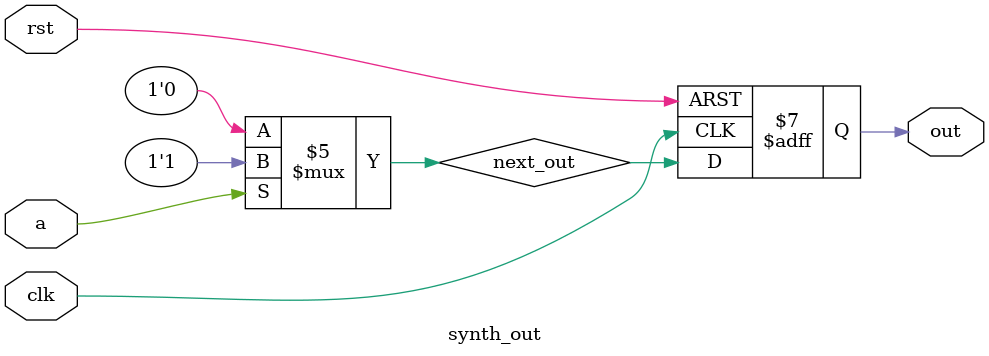
<source format=sv>
module synth_out(
    input clk,
    input rst,
    input a,
    output reg out
);
    reg next_out;

    always @(*) begin
        next_out = 0;

        if(a) begin
            next_out = 1;
        end
    end

    always @(posedge clk, negedge rst) begin
        if(~rst) begin
            out <= 0;
        end else begin
            out <= next_out;
        end
    end
endmodule

</source>
